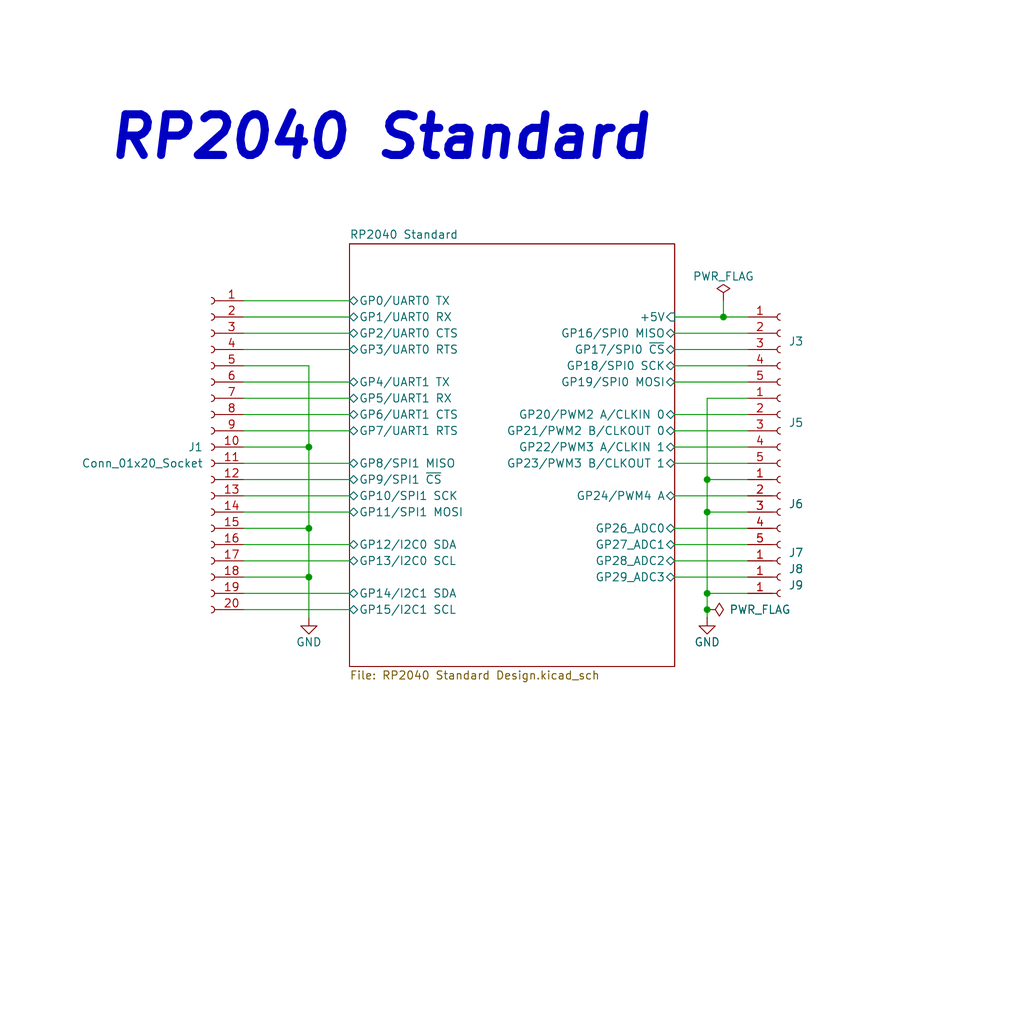
<source format=kicad_sch>
(kicad_sch (version 20231120) (generator "eeschema") (generator_version "8.0")
  (paper "User" 160 160)
  (title_block (title "RP2040 Standard Design") (date "2024-12-29") (rev "V2") (company "Porto Space Team") (comment 1 "Miguel Amorim"))
  (lib_symbols
    (symbol "Connector:Conn_01x01_Socket" (pin_names (offset 1.016) hide)
      (property "Reference" "J" (at 0 2.54 0))
      (property "Value" "Conn_01x01_Socket" (at 0 -2.54 0))
      (symbol "Conn_01x01_Socket_1_1"
        (polyline (pts (xy -1.27 0) (xy -0.508 0)) (stroke (width 0.1524)))
        (arc (start 0 0.508) (mid -0.5058 0) (end 0 -0.508) (stroke (width 0.1524)))
        (pin passive line (at -5.08 0 0) (length 3.81) (name "Pin_1") (number "1"))
      )
    )
    (symbol "Connector:Conn_01x05_Socket" (pin_names (offset 1.016) hide)
      (property "Reference" "J" (at 0 7.62 0))
      (property "Value" "Conn_01x05_Socket" (at 0 -7.62 0))
      (symbol "Conn_01x05_Socket_1_1"
        (arc (start 0 -4.572) (mid -0.5058 -5.08) (end 0 -5.588) (stroke (width 0.1524)))
        (arc (start 0 -2.032) (mid -0.5058 -2.54) (end 0 -3.048) (stroke (width 0.1524)))
        (polyline (pts (xy -1.27 -5.08) (xy -0.508 -5.08)) (stroke (width 0.1524)))
        (polyline (pts (xy -1.27 -2.54) (xy -0.508 -2.54)) (stroke (width 0.1524)))
        (polyline (pts (xy -1.27 0) (xy -0.508 0)) (stroke (width 0.1524)))
        (polyline (pts (xy -1.27 2.54) (xy -0.508 2.54)) (stroke (width 0.1524)))
        (polyline (pts (xy -1.27 5.08) (xy -0.508 5.08)) (stroke (width 0.1524)))
        (arc (start 0 0.508) (mid -0.5058 0) (end 0 -0.508) (stroke (width 0.1524)))
        (arc (start 0 3.048) (mid -0.5058 2.54) (end 0 2.032) (stroke (width 0.1524)))
        (arc (start 0 5.588) (mid -0.5058 5.08) (end 0 4.572) (stroke (width 0.1524)))
        (pin passive line (at -5.08 5.08 0) (length 3.81) (name "Pin_1") (number "1"))
        (pin passive line (at -5.08 2.54 0) (length 3.81) (name "Pin_2") (number "2"))
        (pin passive line (at -5.08 0 0) (length 3.81) (name "Pin_3") (number "3"))
        (pin passive line (at -5.08 -2.54 0) (length 3.81) (name "Pin_4") (number "4"))
        (pin passive line (at -5.08 -5.08 0) (length 3.81) (name "Pin_5") (number "5"))
      )
    )
    (symbol "Connector:Conn_01x20_Socket" (pin_names (offset 1.016) hide)
      (property "Reference" "J" (at 0 25.4 0))
      (property "Value" "Conn_01x20_Socket" (at 0 -27.94 0))
      (symbol "Conn_01x20_Socket_1_1"
        (arc (start 0 -24.892) (mid -0.5058 -25.4) (end 0 -25.908) (stroke (width 0.1524)))
        (arc (start 0 -22.352) (mid -0.5058 -22.86) (end 0 -23.368) (stroke (width 0.1524)))
        (arc (start 0 -19.812) (mid -0.5058 -20.32) (end 0 -20.828) (stroke (width 0.1524)))
        (arc (start 0 -17.272) (mid -0.5058 -17.78) (end 0 -18.288) (stroke (width 0.1524)))
        (arc (start 0 -14.732) (mid -0.5058 -15.24) (end 0 -15.748) (stroke (width 0.1524)))
        (arc (start 0 -12.192) (mid -0.5058 -12.7) (end 0 -13.208) (stroke (width 0.1524)))
        (arc (start 0 -9.652) (mid -0.5058 -10.16) (end 0 -10.668) (stroke (width 0.1524)))
        (arc (start 0 -7.112) (mid -0.5058 -7.62) (end 0 -8.128) (stroke (width 0.1524)))
        (arc (start 0 -4.572) (mid -0.5058 -5.08) (end 0 -5.588) (stroke (width 0.1524)))
        (arc (start 0 -2.032) (mid -0.5058 -2.54) (end 0 -3.048) (stroke (width 0.1524)))
        (polyline (pts (xy -1.27 -25.4) (xy -0.508 -25.4)) (stroke (width 0.1524)))
        (polyline (pts (xy -1.27 -22.86) (xy -0.508 -22.86)) (stroke (width 0.1524)))
        (polyline (pts (xy -1.27 -20.32) (xy -0.508 -20.32)) (stroke (width 0.1524)))
        (polyline (pts (xy -1.27 -17.78) (xy -0.508 -17.78)) (stroke (width 0.1524)))
        (polyline (pts (xy -1.27 -15.24) (xy -0.508 -15.24)) (stroke (width 0.1524)))
        (polyline (pts (xy -1.27 -12.7) (xy -0.508 -12.7)) (stroke (width 0.1524)))
        (polyline (pts (xy -1.27 -10.16) (xy -0.508 -10.16)) (stroke (width 0.1524)))
        (polyline (pts (xy -1.27 -7.62) (xy -0.508 -7.62)) (stroke (width 0.1524)))
        (polyline (pts (xy -1.27 -5.08) (xy -0.508 -5.08)) (stroke (width 0.1524)))
        (polyline (pts (xy -1.27 -2.54) (xy -0.508 -2.54)) (stroke (width 0.1524)))
        (polyline (pts (xy -1.27 0) (xy -0.508 0)) (stroke (width 0.1524)))
        (polyline (pts (xy -1.27 2.54) (xy -0.508 2.54)) (stroke (width 0.1524)))
        (polyline (pts (xy -1.27 5.08) (xy -0.508 5.08)) (stroke (width 0.1524)))
        (polyline (pts (xy -1.27 7.62) (xy -0.508 7.62)) (stroke (width 0.1524)))
        (polyline (pts (xy -1.27 10.16) (xy -0.508 10.16)) (stroke (width 0.1524)))
        (polyline (pts (xy -1.27 12.7) (xy -0.508 12.7)) (stroke (width 0.1524)))
        (polyline (pts (xy -1.27 15.24) (xy -0.508 15.24)) (stroke (width 0.1524)))
        (polyline (pts (xy -1.27 17.78) (xy -0.508 17.78)) (stroke (width 0.1524)))
        (polyline (pts (xy -1.27 20.32) (xy -0.508 20.32)) (stroke (width 0.1524)))
        (polyline (pts (xy -1.27 22.86) (xy -0.508 22.86)) (stroke (width 0.1524)))
        (arc (start 0 0.508) (mid -0.5058 0) (end 0 -0.508) (stroke (width 0.1524)))
        (arc (start 0 3.048) (mid -0.5058 2.54) (end 0 2.032) (stroke (width 0.1524)))
        (arc (start 0 5.588) (mid -0.5058 5.08) (end 0 4.572) (stroke (width 0.1524)))
        (arc (start 0 8.128) (mid -0.5058 7.62) (end 0 7.112) (stroke (width 0.1524)))
        (arc (start 0 10.668) (mid -0.5058 10.16) (end 0 9.652) (stroke (width 0.1524)))
        (arc (start 0 13.208) (mid -0.5058 12.7) (end 0 12.192) (stroke (width 0.1524)))
        (arc (start 0 15.748) (mid -0.5058 15.24) (end 0 14.732) (stroke (width 0.1524)))
        (arc (start 0 18.288) (mid -0.5058 17.78) (end 0 17.272) (stroke (width 0.1524)))
        (arc (start 0 20.828) (mid -0.5058 20.32) (end 0 19.812) (stroke (width 0.1524)))
        (arc (start 0 23.368) (mid -0.5058 22.86) (end 0 22.352) (stroke (width 0.1524)))
        (pin passive line (at -5.08 22.86 0) (length 3.81) (name "Pin_1") (number "1"))
        (pin passive line (at -5.08 0 0) (length 3.81) (name "Pin_10") (number "10"))
        (pin passive line (at -5.08 -2.54 0) (length 3.81) (name "Pin_11") (number "11"))
        (pin passive line (at -5.08 -5.08 0) (length 3.81) (name "Pin_12") (number "12"))
        (pin passive line (at -5.08 -7.62 0) (length 3.81) (name "Pin_13") (number "13"))
        (pin passive line (at -5.08 -10.16 0) (length 3.81) (name "Pin_14") (number "14"))
        (pin passive line (at -5.08 -12.7 0) (length 3.81) (name "Pin_15") (number "15"))
        (pin passive line (at -5.08 -15.24 0) (length 3.81) (name "Pin_16") (number "16"))
        (pin passive line (at -5.08 -17.78 0) (length 3.81) (name "Pin_17") (number "17"))
        (pin passive line (at -5.08 -20.32 0) (length 3.81) (name "Pin_18") (number "18"))
        (pin passive line (at -5.08 -22.86 0) (length 3.81) (name "Pin_19") (number "19"))
        (pin passive line (at -5.08 20.32 0) (length 3.81) (name "Pin_2") (number "2"))
        (pin passive line (at -5.08 -25.4 0) (length 3.81) (name "Pin_20") (number "20"))
        (pin passive line (at -5.08 17.78 0) (length 3.81) (name "Pin_3") (number "3"))
        (pin passive line (at -5.08 15.24 0) (length 3.81) (name "Pin_4") (number "4"))
        (pin passive line (at -5.08 12.7 0) (length 3.81) (name "Pin_5") (number "5"))
        (pin passive line (at -5.08 10.16 0) (length 3.81) (name "Pin_6") (number "6"))
        (pin passive line (at -5.08 7.62 0) (length 3.81) (name "Pin_7") (number "7"))
        (pin passive line (at -5.08 5.08 0) (length 3.81) (name "Pin_8") (number "8"))
        (pin passive line (at -5.08 2.54 0) (length 3.81) (name "Pin_9") (number "9"))
      )
    )
    (symbol "power:GND" (power) (pin_numbers hide) (pin_names (offset 0) hide)
      (property "Value" "GND" (at 0 -3.81 0))
      (symbol "GND_0_1"
        (polyline (pts (xy 0 0) (xy 0 -1.27) (xy 1.27 -1.27) (xy 0 -2.54) (xy -1.27 -1.27) (xy 0 -1.27)))
      )
      (symbol "GND_1_1"
        (pin power_in line (at 0 0 270) (length 0) (name "~") (number "1"))
      )
    )
    (symbol "power:PWR_FLAG" (power) (pin_numbers hide) (pin_names (offset 0) hide)
      (property "Value" "PWR_FLAG" (at 0 3.81 0))
      (symbol "PWR_FLAG_0_0"
        (pin power_out line (at 0 0 90) (length 0) (name "~") (number "1"))
      )
      (symbol "PWR_FLAG_0_1"
        (polyline (pts (xy 0 0) (xy 0 1.27) (xy -1.016 1.905) (xy 0 2.54) (xy 1.016 1.905) (xy 0 1.27)))
      )
    )
  )
  (junction (at 110.49 92.71))
  (junction (at 110.49 95.25))
  (junction (at 110.49 74.93))
  (junction (at 110.49 80.01))
  (junction (at 48.26 90.17))
  (junction (at 48.26 69.85))
  (junction (at 48.26 82.55))
  (junction (at 113.03 49.53))
  (wire (pts (xy 38.1 49.53) (xy 54.61 49.53)))
  (wire (pts (xy 38.1 59.69) (xy 54.61 59.69)))
  (wire (pts (xy 38.1 67.31) (xy 54.61 67.31)))
  (wire (pts (xy 38.1 57.15) (xy 48.26 57.15)))
  (wire (pts (xy 105.41 87.63) (xy 116.84 87.63)))
  (wire (pts (xy 105.41 64.77) (xy 116.84 64.77)))
  (wire (pts (xy 110.49 80.01) (xy 116.84 80.01)))
  (wire (pts (xy 105.41 59.69) (xy 116.84 59.69)))
  (wire (pts (xy 38.1 87.63) (xy 54.61 87.63)))
  (wire (pts (xy 38.1 62.23) (xy 54.61 62.23)))
  (wire (pts (xy 38.1 85.09) (xy 54.61 85.09)))
  (wire (pts (xy 48.26 69.85) (xy 48.26 82.55)))
  (wire (pts (xy 113.03 46.99) (xy 113.03 49.53)))
  (wire (pts (xy 38.1 92.71) (xy 54.61 92.71)))
  (wire (pts (xy 38.1 54.61) (xy 54.61 54.61)))
  (wire (pts (xy 113.03 49.53) (xy 116.84 49.53)))
  (wire (pts (xy 110.49 74.93) (xy 110.49 80.01)))
  (wire (pts (xy 110.49 80.01) (xy 110.49 92.71)))
  (wire (pts (xy 116.84 62.23) (xy 110.49 62.23)))
  (wire (pts (xy 105.41 77.47) (xy 116.84 77.47)))
  (wire (pts (xy 105.41 85.09) (xy 116.84 85.09)))
  (wire (pts (xy 105.41 57.15) (xy 116.84 57.15)))
  (wire (pts (xy 38.1 80.01) (xy 54.61 80.01)))
  (wire (pts (xy 38.1 64.77) (xy 54.61 64.77)))
  (wire (pts (xy 110.49 62.23) (xy 110.49 74.93)))
  (wire (pts (xy 48.26 57.15) (xy 48.26 69.85)))
  (wire (pts (xy 38.1 77.47) (xy 54.61 77.47)))
  (wire (pts (xy 38.1 46.99) (xy 54.61 46.99)))
  (wire (pts (xy 105.41 49.53) (xy 113.03 49.53)))
  (wire (pts (xy 110.49 92.71) (xy 110.49 95.25)))
  (wire (pts (xy 38.1 72.39) (xy 54.61 72.39)))
  (wire (pts (xy 105.41 69.85) (xy 116.84 69.85)))
  (wire (pts (xy 38.1 90.17) (xy 48.26 90.17)))
  (wire (pts (xy 48.26 90.17) (xy 48.26 96.52)))
  (wire (pts (xy 38.1 69.85) (xy 48.26 69.85)))
  (wire (pts (xy 105.41 90.17) (xy 116.84 90.17)))
  (wire (pts (xy 105.41 72.39) (xy 116.84 72.39)))
  (wire (pts (xy 38.1 95.25) (xy 54.61 95.25)))
  (wire (pts (xy 110.49 95.25) (xy 110.49 96.52)))
  (wire (pts (xy 48.26 82.55) (xy 48.26 90.17)))
  (wire (pts (xy 105.41 67.31) (xy 116.84 67.31)))
  (wire (pts (xy 105.41 54.61) (xy 116.84 54.61)))
  (wire (pts (xy 110.49 74.93) (xy 116.84 74.93)))
  (wire (pts (xy 38.1 52.07) (xy 54.61 52.07)))
  (wire (pts (xy 105.41 82.55) (xy 116.84 82.55)))
  (wire (pts (xy 38.1 74.93) (xy 54.61 74.93)))
  (wire (pts (xy 38.1 82.55) (xy 48.26 82.55)))
  (wire (pts (xy 110.49 92.71) (xy 116.84 92.71)))
  (wire (pts (xy 105.41 52.07) (xy 116.84 52.07)))
  (text "RP2040 Standard\n" (at 16.51 21.59 0) (effects (font (size 6.35 6.35) (thickness 1.27) (bold yes) (italic yes)) (justify left)))
  (symbol (lib_id "power:PWR_FLAG") (at 113.03 46.99 0) (unit 1)
    (property "Reference" "#FLG01" (effects (hide yes)))
    (property "Value" "PWR_FLAG" (at 113.03 43.18 0))
    (property "Description" "Special symbol for telling ERC where power comes from" (effects (hide yes)))
  )
  (symbol (lib_id "power:GND") (at 110.49 96.52 0) (unit 1)
    (property "Reference" "#PWR01" (effects (hide yes)))
    (property "Value" "GND" (at 110.49 100.33 0))
    (property "Description" "Power symbol creates a global label with name \"GND\" , ground" (effects (hide yes)))
  )
  (symbol (lib_id "Connector:Conn_01x05_Socket") (at 121.92 54.61 0) (unit 1)
    (property "Reference" "J3" (at 123.19 53.3399 0) (effects (justify left)))
    (property "Value" "Conn_01x05_Socket" (effects (hide yes)))
    (property "Footprint" "Pico_Conn1x5:Pico_05pin" (effects (hide yes)))
    (property "Description" "Generic connector, single row, 01x05, script generated" (effects (hide yes)))
  )
  (symbol (lib_id "Connector:Conn_01x20_Socket") (at 33.02 69.85 0) (mirror y) (unit 1)
    (property "Reference" "J1" (at 31.75 69.8499 0) (effects (justify left)))
    (property "Value" "Conn_01x20_Socket" (at 31.75 72.3899 0) (effects (justify left)))
    (property "Footprint" "Pico_Conn1x20:Pico_20pin" (effects (hide yes)))
    (property "Description" "Generic connector, single row, 01x20, script generated" (effects (hide yes)))
  )
  (symbol (lib_id "Connector:Conn_01x01_Socket") (at 121.92 90.17 0) (unit 1)
    (property "Reference" "J8" (at 123.19 88.8999 0) (effects (justify left)))
    (property "Value" "Conn_01x01_Socket" (effects (hide yes)))
    (property "Footprint" "Pico_Conn1x1:Pico_01pin" (effects (hide yes)))
    (property "Description" "Generic connector, single row, 01x01, script generated" (effects (hide yes)))
  )
  (symbol (lib_id "power:GND") (at 48.26 96.52 0) (unit 1)
    (property "Reference" "#PWR03" (effects (hide yes)))
    (property "Value" "GND" (at 48.26 100.33 0))
    (property "Description" "Power symbol creates a global label with name \"GND\" , ground" (effects (hide yes)))
  )
  (symbol (lib_id "power:PWR_FLAG") (at 110.49 95.25 270) (unit 1)
    (property "Reference" "#FLG02" (effects (hide yes)))
    (property "Value" "PWR_FLAG" (at 118.745 95.25 90))
    (property "Description" "Special symbol for telling ERC where power comes from" (effects (hide yes)))
  )
  (symbol (lib_id "Connector:Conn_01x01_Socket") (at 121.92 92.71 0) (unit 1)
    (property "Reference" "J9" (at 123.19 91.4399 0) (effects (justify left)))
    (property "Value" "Conn_01x01_Socket" (effects (hide yes)))
    (property "Footprint" "Pico_Conn1x1:Pico_01pin" (effects (hide yes)))
    (property "Description" "Generic connector, single row, 01x01, script generated" (effects (hide yes)))
  )
  (symbol (lib_id "Connector:Conn_01x05_Socket") (at 121.92 67.31 0) (unit 1)
    (property "Reference" "J5" (at 123.19 66.0399 0) (effects (justify left)))
    (property "Value" "Conn_01x05_Socket" (effects (hide yes)))
    (property "Footprint" "Pico_Conn1x5:Pico_05pin" (effects (hide yes)))
    (property "Description" "Generic connector, single row, 01x05, script generated" (effects (hide yes)))
  )
  (symbol (lib_id "Connector:Conn_01x05_Socket") (at 121.92 80.01 0) (unit 1)
    (property "Reference" "J6" (at 123.19 78.7399 0) (effects (justify left)))
    (property "Value" "Conn_01x05_Socket" (effects (hide yes)))
    (property "Footprint" "Pico_Conn1x5:Pico_05pin" (effects (hide yes)))
    (property "Description" "Generic connector, single row, 01x05, script generated" (effects (hide yes)))
  )
  (symbol (lib_id "Connector:Conn_01x01_Socket") (at 121.92 87.63 0) (unit 1)
    (property "Reference" "J7" (at 123.19 86.3599 0) (effects (justify left)))
    (property "Value" "Conn_01x01_Socket" (effects (hide yes)))
    (property "Footprint" "Pico_Conn1x1:Pico_01pin" (effects (hide yes)))
    (property "Description" "Generic connector, single row, 01x01, script generated" (effects (hide yes)))
  )
  (sheet (at 54.61 38.1) (size 50.8 66.04) (stroke (width 0.1524))
    (property "Sheetname" "RP2040 Standard" (at 54.61 37.3884 0) (effects (justify left bottom)))
    (property "Sheetfile" "RP2040 Standard Design.kicad_sch" (at 54.61 104.775 0) (effects (justify left top)))
    (pin "GP21{slash}PWM2 B{slash}CLKOUT 0" bidirectional (at 105.41 67.31 0))
    (pin "GP20{slash}PWM2 A{slash}CLKIN 0" bidirectional (at 105.41 64.77 0))
    (pin "GP24{slash}PWM4 A" bidirectional (at 105.41 77.47 0))
    (pin "GP22{slash}PWM3 A{slash}CLKIN 1" bidirectional (at 105.41 69.85 0))
    (pin "GP23{slash}PWM3 B{slash}CLKOUT 1" bidirectional (at 105.41 72.39 0))
    (pin "GP29_ADC3" bidirectional (at 105.41 90.17 0))
    (pin "GP27_ADC1" bidirectional (at 105.41 85.09 0))
    (pin "GP28_ADC2" bidirectional (at 105.41 87.63 0))
    (pin "GP26_ADC0" bidirectional (at 105.41 82.55 0))
    (pin "GP15{slash}I2C1 SCL" bidirectional (at 54.61 95.25 180))
    (pin "GP19{slash}SPI0 MOSI" bidirectional (at 105.41 59.69 0))
    (pin "GP18{slash}SPI0 SCK" bidirectional (at 105.41 57.15 0))
    (pin "GP17{slash}SPI0 ~{CS}" bidirectional (at 105.41 54.61 0))
    (pin "GP3{slash}UART0 RTS" bidirectional (at 54.61 54.61 180))
    (pin "GP1{slash}UART0 RX" bidirectional (at 54.61 49.53 180))
    (pin "GP5{slash}UART1 RX" bidirectional (at 54.61 62.23 180))
    (pin "GP2{slash}UART0 CTS" bidirectional (at 54.61 52.07 180))
    (pin "GP6{slash}UART1 CTS" bidirectional (at 54.61 64.77 180))
    (pin "GP7{slash}UART1 RTS" bidirectional (at 54.61 67.31 180))
    (pin "GP8{slash}SPI1 MISO" bidirectional (at 54.61 72.39 180))
    (pin "GP12{slash}I2C0 SDA" bidirectional (at 54.61 85.09 180))
    (pin "GP11{slash}SPI1 MOSI" bidirectional (at 54.61 80.01 180))
    (pin "GP14{slash}I2C1 SDA" bidirectional (at 54.61 92.71 180))
    (pin "GP13{slash}I2C0 SCL" bidirectional (at 54.61 87.63 180))
    (pin "GP9{slash}SPI1 ~{CS}" bidirectional (at 54.61 74.93 180))
    (pin "GP10{slash}SPI1 SCK" bidirectional (at 54.61 77.47 180))
    (pin "GP16{slash}SPI0 MISO" bidirectional (at 105.41 52.07 0))
    (pin "GP4{slash}UART1 TX" bidirectional (at 54.61 59.69 180))
    (pin "GP0{slash}UART0 TX" bidirectional (at 54.61 46.99 180))
    (pin "+5V" input (at 105.41 49.53 0))
  )
)
</source>
